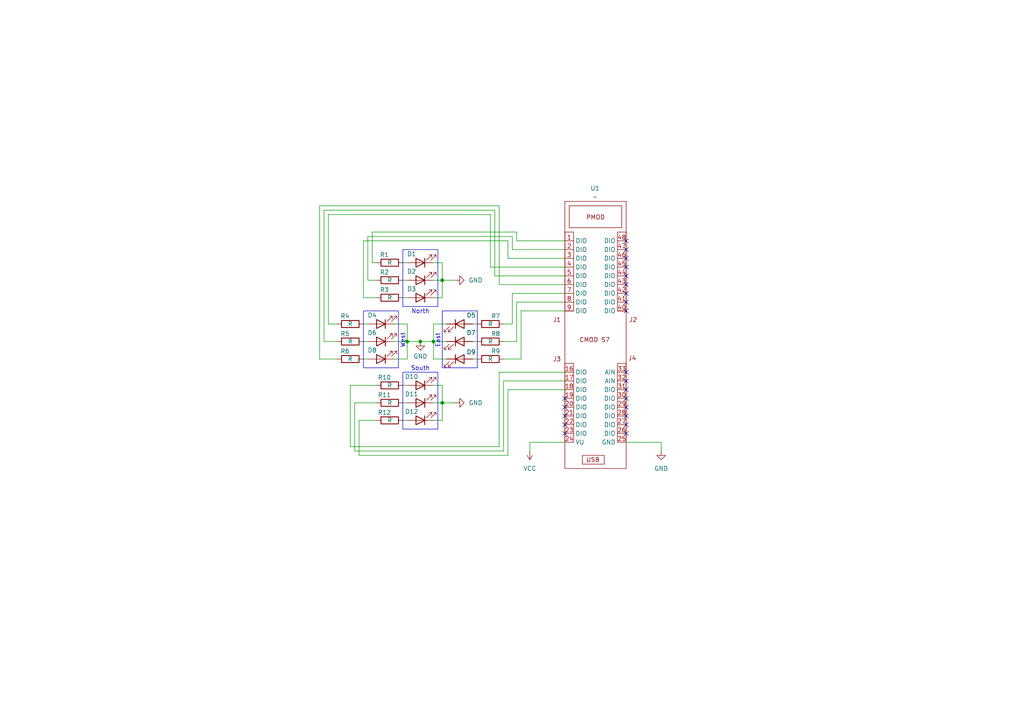
<source format=kicad_sch>
(kicad_sch (version 20231120) (generator "eeschema") (generator_version "8.0")
  (paper "A4")
  (title_block (title "Traffic Light PCB") (date "2024-05-15") (rev "v01") (company "The Ohio State University") (comment 1 "Author: Connor Fricke"))
  (lib_symbols
    (symbol "Device:LED" (pin_numbers hide) (pin_names (offset 1.016) hide)
      (property "Reference" "D" (at 0 2.54 0))
      (property "Value" "LED" (at 0 -2.54 0))
      (symbol "LED_0_1"
        (polyline (pts (xy -1.27 -1.27) (xy -1.27 1.27)) (stroke (width 0.254)))
        (polyline (pts (xy -1.27 0) (xy 1.27 0)))
        (polyline (pts (xy 1.27 -1.27) (xy 1.27 1.27) (xy -1.27 0) (xy 1.27 -1.27)) (stroke (width 0.254)))
        (polyline (pts (xy -3.048 -0.762) (xy -4.572 -2.286) (xy -3.81 -2.286) (xy -4.572 -2.286) (xy -4.572 -1.524)))
        (polyline (pts (xy -1.778 -0.762) (xy -3.302 -2.286) (xy -2.54 -2.286) (xy -3.302 -2.286) (xy -3.302 -1.524)))
      )
      (symbol "LED_1_1"
        (pin passive line (at -3.81 0 0) (length 2.54) (name "K") (number "1"))
        (pin passive line (at 3.81 0 180) (length 2.54) (name "A") (number "2"))
      )
    )
    (symbol "Device:R" (pin_numbers hide) (pin_names (offset 0))
      (property "Reference" "R" (at 2.032 0 90))
      (property "Value" "R" (at 0 0 90))
      (symbol "R_0_1"
        (rectangle (start -1.016 -2.54) (end 1.016 2.54) (stroke (width 0.254)))
      )
      (symbol "R_1_1"
        (pin passive line (at 0 3.81 270) (length 1.27) (name "~") (number "1"))
        (pin passive line (at 0 -3.81 90) (length 1.27) (name "~") (number "2"))
      )
    )
    (symbol "Library:CMOD_S7"
      (property "Reference" "U" (at -8.382 40.64 0))
      (symbol "CMOD_S7_0_1"
        (rectangle (start 8.89 39.37) (end -8.89 -38.1))
      )
      (symbol "CMOD_S7_1_1"
        (rectangle (start -8.89 30.48) (end -6.35 7.62))
        (rectangle (start -6.35 -7.62) (end -8.89 -30.48))
        (rectangle (start 2.54 -34.29) (end -3.81 -36.83))
        (rectangle (start 6.35 -7.62) (end 8.89 -30.48))
        (rectangle (start 7.62 38.1) (end -7.62 31.75))
        (rectangle (start 8.89 30.48) (end 6.35 7.62))
        (text "CMOD S7" (at -0.254 -0.762 0) (effects (font (size 1.27 1.27))))
        (text "J1" (at -11.176 5.08 0) (effects (font (size 1.27 1.27))))
        (text "J2\n" (at 10.922 5.08 0) (effects (font (size 1.27 1.27))))
        (text "J3" (at -11.176 -6.35 0) (effects (font (size 1.27 1.27))))
        (text "J4" (at 10.668 -6.096 0) (effects (font (size 1.27 1.27))))
        (text "PMOD" (at 0 34.798 0) (effects (font (size 1.27 1.27))))
        (text "USB" (at -0.762 -35.56 0) (effects (font (size 1.27 1.27))))
        (pin bidirectional line (at -8.89 27.94 0) (length 2.54) (name "DIO") (number "1"))
        (pin bidirectional line (at -8.89 -10.16 0) (length 2.54) (name "DIO") (number "16"))
        (pin bidirectional line (at -8.89 -12.7 0) (length 2.54) (name "DIO") (number "17"))
        (pin bidirectional line (at -8.89 -15.24 0) (length 2.54) (name "DIO") (number "18"))
        (pin bidirectional line (at -8.89 -17.78 0) (length 2.54) (name "DIO") (number "19"))
        (pin bidirectional line (at -8.89 25.4 0) (length 2.54) (name "DIO") (number "2"))
        (pin bidirectional line (at -8.89 -20.32 0) (length 2.54) (name "DIO") (number "20"))
        (pin bidirectional line (at -8.89 -22.86 0) (length 2.54) (name "DIO") (number "21"))
        (pin bidirectional line (at -8.89 -25.4 0) (length 2.54) (name "DIO") (number "22"))
        (pin bidirectional line (at -8.89 -27.94 0) (length 2.54) (name "DIO") (number "23"))
        (pin power_in line (at -8.89 -30.48 0) (length 2.54) (name "VU") (number "24"))
        (pin power_in line (at 8.89 -30.48 180) (length 2.54) (name "GND") (number "25"))
        (pin bidirectional line (at 8.89 -27.94 180) (length 2.54) (name "DIO") (number "26"))
        (pin bidirectional line (at 8.89 -25.4 180) (length 2.54) (name "DIO") (number "27"))
        (pin bidirectional line (at 8.89 -22.86 180) (length 2.54) (name "DIO") (number "28"))
        (pin bidirectional line (at 8.89 -20.32 180) (length 2.54) (name "DIO") (number "29"))
        (pin bidirectional line (at -8.89 22.86 0) (length 2.54) (name "DIO") (number "3"))
        (pin bidirectional line (at 8.89 -17.78 180) (length 2.54) (name "DIO") (number "30"))
        (pin bidirectional line (at 8.89 -15.24 180) (length 2.54) (name "DIO") (number "31"))
        (pin input line (at 8.89 -12.7 180) (length 2.54) (name "AIN") (number "32"))
        (pin input line (at 8.89 -10.16 180) (length 2.54) (name "AIN") (number "33"))
        (pin bidirectional line (at -8.89 20.32 0) (length 2.54) (name "DIO") (number "4"))
        (pin bidirectional line (at 8.89 7.62 180) (length 2.54) (name "DIO") (number "40"))
        (pin bidirectional line (at 8.89 10.16 180) (length 2.54) (name "DIO") (number "41"))
        (pin bidirectional line (at 8.89 12.7 180) (length 2.54) (name "DIO") (number "42"))
        (pin bidirectional line (at 8.89 15.24 180) (length 2.54) (name "DIO") (number "43"))
        (pin bidirectional line (at 8.89 17.78 180) (length 2.54) (name "DIO") (number "44"))
        (pin bidirectional line (at 8.89 20.32 180) (length 2.54) (name "DIO") (number "45"))
        (pin bidirectional line (at 8.89 22.86 180) (length 2.54) (name "DIO") (number "46"))
        (pin bidirectional line (at 8.89 25.4 180) (length 2.54) (name "DIO") (number "47"))
        (pin bidirectional line (at 8.89 27.94 180) (length 2.54) (name "DIO") (number "48"))
        (pin bidirectional line (at -8.89 17.78 0) (length 2.54) (name "DIO") (number "5"))
        (pin bidirectional line (at -8.89 15.24 0) (length 2.54) (name "DIO") (number "6"))
        (pin bidirectional line (at -8.89 12.7 0) (length 2.54) (name "DIO") (number "7"))
        (pin bidirectional line (at -8.89 10.16 0) (length 2.54) (name "DIO") (number "8"))
        (pin bidirectional line (at -8.89 7.62 0) (length 2.54) (name "DIO") (number "9"))
      )
    )
    (symbol "power:GND" (power) (pin_numbers hide) (pin_names (offset 0) hide)
      (property "Value" "GND" (at 0 -3.81 0))
      (symbol "GND_0_1"
        (polyline (pts (xy 0 0) (xy 0 -1.27) (xy 1.27 -1.27) (xy 0 -2.54) (xy -1.27 -1.27) (xy 0 -1.27)))
      )
      (symbol "GND_1_1"
        (pin power_in line (at 0 0 270) (length 0) (name "~") (number "1"))
      )
    )
    (symbol "power:VCC" (power) (pin_numbers hide) (pin_names (offset 0) hide)
      (property "Value" "VCC" (at 0 3.556 0))
      (symbol "VCC_0_1"
        (polyline (pts (xy -0.762 1.27) (xy 0 2.54)))
        (polyline (pts (xy 0 0) (xy 0 2.54)))
        (polyline (pts (xy 0 2.54) (xy 0.762 1.27)))
      )
      (symbol "VCC_1_1"
        (pin power_in line (at 0 0 90) (length 0) (name "~") (number "1"))
      )
    )
  )
  (junction (at 125.73 99.06))
  (junction (at 121.92 99.06))
  (junction (at 128.27 116.84))
  (junction (at 118.11 99.06))
  (junction (at 128.27 81.28))
  (no_connect (at 181.61 80.01))
  (no_connect (at 181.61 113.03))
  (no_connect (at 181.61 74.93))
  (no_connect (at 163.83 123.19))
  (no_connect (at 181.61 69.85))
  (no_connect (at 181.61 118.11))
  (no_connect (at 181.61 120.65))
  (no_connect (at 163.83 115.57))
  (no_connect (at 181.61 107.95))
  (no_connect (at 181.61 87.63))
  (no_connect (at 181.61 125.73))
  (no_connect (at 181.61 72.39))
  (no_connect (at 181.61 110.49))
  (no_connect (at 181.61 90.17))
  (no_connect (at 181.61 115.57))
  (no_connect (at 163.83 120.65))
  (no_connect (at 181.61 123.19))
  (no_connect (at 181.61 77.47))
  (no_connect (at 163.83 125.73))
  (no_connect (at 163.83 118.11))
  (no_connect (at 181.61 85.09))
  (no_connect (at 181.61 82.55))
  (wire (pts (xy 105.41 86.36) (xy 105.41 69.85)))
  (wire (pts (xy 149.86 67.31) (xy 107.95 67.31)))
  (wire (pts (xy 116.84 121.92) (xy 118.11 121.92)))
  (wire (pts (xy 128.27 81.28) (xy 132.08 81.28)))
  (wire (pts (xy 92.71 104.14) (xy 97.79 104.14)))
  (wire (pts (xy 125.73 76.2) (xy 128.27 76.2)))
  (wire (pts (xy 116.84 76.2) (xy 118.11 76.2)))
  (wire (pts (xy 151.13 90.17) (xy 151.13 104.14)))
  (wire (pts (xy 102.87 130.81) (xy 102.87 116.84)))
  (wire (pts (xy 104.14 121.92) (xy 109.22 121.92)))
  (wire (pts (xy 106.68 81.28) (xy 109.22 81.28)))
  (wire (pts (xy 93.98 99.06) (xy 97.79 99.06)))
  (wire (pts (xy 144.78 82.55) (xy 144.78 59.69)))
  (wire (pts (xy 163.83 113.03) (xy 147.32 113.03)))
  (wire (pts (xy 148.59 72.39) (xy 148.59 68.58)))
  (wire (pts (xy 146.05 130.81) (xy 102.87 130.81)))
  (wire (pts (xy 118.11 99.06) (xy 121.92 99.06)))
  (wire (pts (xy 144.78 129.54) (xy 101.6 129.54)))
  (wire (pts (xy 163.83 90.17) (xy 151.13 90.17)))
  (wire (pts (xy 92.71 59.69) (xy 92.71 104.14)))
  (wire (pts (xy 163.83 77.47) (xy 142.24 77.47)))
  (wire (pts (xy 128.27 76.2) (xy 128.27 81.28)))
  (wire (pts (xy 101.6 111.76) (xy 109.22 111.76)))
  (wire (pts (xy 163.83 128.27) (xy 153.67 128.27)))
  (wire (pts (xy 163.83 72.39) (xy 148.59 72.39)))
  (wire (pts (xy 163.83 87.63) (xy 149.86 87.63)))
  (wire (pts (xy 105.41 93.98) (xy 106.68 93.98)))
  (wire (pts (xy 116.84 81.28) (xy 118.11 81.28)))
  (wire (pts (xy 95.25 62.23) (xy 95.25 93.98)))
  (wire (pts (xy 163.83 82.55) (xy 144.78 82.55)))
  (wire (pts (xy 148.59 68.58) (xy 106.68 68.58)))
  (wire (pts (xy 149.86 69.85) (xy 149.86 67.31)))
  (wire (pts (xy 144.78 107.95) (xy 144.78 129.54)))
  (wire (pts (xy 129.54 104.14) (xy 125.73 104.14)))
  (wire (pts (xy 163.83 80.01) (xy 143.51 80.01)))
  (wire (pts (xy 146.05 110.49) (xy 146.05 130.81)))
  (wire (pts (xy 143.51 60.96) (xy 93.98 60.96)))
  (wire (pts (xy 114.3 93.98) (xy 118.11 93.98)))
  (wire (pts (xy 163.83 107.95) (xy 144.78 107.95)))
  (wire (pts (xy 125.73 99.06) (xy 125.73 104.14)))
  (wire (pts (xy 146.05 104.14) (xy 151.13 104.14)))
  (wire (pts (xy 147.32 74.93) (xy 163.83 74.93)))
  (wire (pts (xy 125.73 86.36) (xy 128.27 86.36)))
  (wire (pts (xy 125.73 99.06) (xy 129.54 99.06)))
  (wire (pts (xy 144.78 59.69) (xy 92.71 59.69)))
  (wire (pts (xy 147.32 132.08) (xy 104.14 132.08)))
  (wire (pts (xy 93.98 60.96) (xy 93.98 99.06)))
  (wire (pts (xy 106.68 68.58) (xy 106.68 81.28)))
  (wire (pts (xy 143.51 80.01) (xy 143.51 60.96)))
  (wire (pts (xy 129.54 93.98) (xy 125.73 93.98)))
  (wire (pts (xy 107.95 76.2) (xy 109.22 76.2)))
  (wire (pts (xy 147.32 113.03) (xy 147.32 132.08)))
  (wire (pts (xy 125.73 116.84) (xy 128.27 116.84)))
  (wire (pts (xy 128.27 116.84) (xy 128.27 121.92)))
  (wire (pts (xy 128.27 111.76) (xy 128.27 116.84)))
  (wire (pts (xy 125.73 93.98) (xy 125.73 99.06)))
  (wire (pts (xy 148.59 93.98) (xy 146.05 93.98)))
  (wire (pts (xy 149.86 99.06) (xy 146.05 99.06)))
  (wire (pts (xy 147.32 69.85) (xy 147.32 74.93)))
  (wire (pts (xy 101.6 129.54) (xy 101.6 111.76)))
  (wire (pts (xy 109.22 86.36) (xy 105.41 86.36)))
  (wire (pts (xy 114.3 99.06) (xy 118.11 99.06)))
  (wire (pts (xy 125.73 111.76) (xy 128.27 111.76)))
  (wire (pts (xy 142.24 62.23) (xy 95.25 62.23)))
  (wire (pts (xy 191.77 128.27) (xy 191.77 130.81)))
  (wire (pts (xy 105.41 104.14) (xy 106.68 104.14)))
  (wire (pts (xy 121.92 99.06) (xy 125.73 99.06)))
  (wire (pts (xy 105.41 69.85) (xy 147.32 69.85)))
  (wire (pts (xy 153.67 128.27) (xy 153.67 130.81)))
  (wire (pts (xy 163.83 85.09) (xy 148.59 85.09)))
  (wire (pts (xy 128.27 81.28) (xy 128.27 86.36)))
  (wire (pts (xy 95.25 93.98) (xy 97.79 93.98)))
  (wire (pts (xy 149.86 87.63) (xy 149.86 99.06)))
  (wire (pts (xy 137.16 104.14) (xy 138.43 104.14)))
  (wire (pts (xy 118.11 93.98) (xy 118.11 99.06)))
  (wire (pts (xy 118.11 104.14) (xy 118.11 99.06)))
  (wire (pts (xy 107.95 67.31) (xy 107.95 76.2)))
  (wire (pts (xy 104.14 132.08) (xy 104.14 121.92)))
  (wire (pts (xy 116.84 111.76) (xy 118.11 111.76)))
  (wire (pts (xy 128.27 116.84) (xy 132.08 116.84)))
  (wire (pts (xy 116.84 116.84) (xy 118.11 116.84)))
  (wire (pts (xy 163.83 69.85) (xy 149.86 69.85)))
  (wire (pts (xy 116.84 86.36) (xy 118.11 86.36)))
  (wire (pts (xy 137.16 93.98) (xy 138.43 93.98)))
  (wire (pts (xy 137.16 99.06) (xy 138.43 99.06)))
  (wire (pts (xy 105.41 99.06) (xy 106.68 99.06)))
  (wire (pts (xy 114.3 104.14) (xy 118.11 104.14)))
  (wire (pts (xy 125.73 121.92) (xy 128.27 121.92)))
  (wire (pts (xy 181.61 128.27) (xy 191.77 128.27)))
  (wire (pts (xy 142.24 77.47) (xy 142.24 62.23)))
  (wire (pts (xy 102.87 116.84) (xy 109.22 116.84)))
  (wire (pts (xy 125.73 81.28) (xy 128.27 81.28)))
  (wire (pts (xy 148.59 85.09) (xy 148.59 93.98)))
  (wire (pts (xy 163.83 110.49) (xy 146.05 110.49)))
  (rectangle (start 105.41 90.17) (end 115.57 106.68))
  (rectangle (start 116.84 107.95) (end 127 124.46))
  (rectangle (start 116.84 72.39) (end 127 88.9))
  (rectangle (start 128.27 90.17) (end 138.43 106.68))
  (text "North" (at 121.92 90.424 0) (effects (font (size 1.27 1.27))))
  (text "South" (at 121.92 106.934 0) (effects (font (size 1.27 1.27))))
  (text "West" (at 116.84 98.806 90) (effects (font (size 1.27 1.27))))
  (text "East" (at 127 98.806 90) (effects (font (size 1.27 1.27))))
  (symbol (lib_id "Device:R") (at 142.24 99.06 270) (unit 1)
    (property "Reference" "R8" (at 143.764 96.774 90))
    (property "Value" "R" (at 142.24 99.06 90))
    (property "Description" "Resistor" (effects (hide yes)))
  )
  (symbol (lib_id "Device:R") (at 113.03 116.84 90) (unit 1)
    (property "Reference" "R11" (at 111.506 114.554 90))
    (property "Value" "R" (at 113.03 116.84 90))
    (property "Description" "Resistor" (effects (hide yes)))
  )
  (symbol (lib_id "Device:R") (at 113.03 76.2 90) (unit 1)
    (property "Reference" "R1" (at 111.506 73.914 90))
    (property "Value" "R" (at 113.03 76.2 90))
    (property "Description" "Resistor" (effects (hide yes)))
  )
  (symbol (lib_id "power:GND") (at 132.08 116.84 90) (unit 1)
    (property "Reference" "#PWR03" (effects (hide yes)))
    (property "Value" "GND" (at 135.89 116.8399 90) (effects (justify right)))
    (property "Description" "Power symbol creates a global label with name \"GND\" , ground" (effects (hide yes)))
  )
  (symbol (lib_id "Device:LED") (at 121.92 116.84 180) (unit 1)
    (property "Reference" "D11" (at 119.38 114.3 0))
    (property "Value" "LED" (effects (hide yes)))
    (property "Description" "Light emitting diode" (effects (hide yes)))
  )
  (symbol (lib_id "power:GND") (at 132.08 81.28 90) (unit 1)
    (property "Reference" "#PWR01" (effects (hide yes)))
    (property "Value" "GND" (at 135.89 81.2799 90) (effects (justify right)))
    (property "Description" "Power symbol creates a global label with name \"GND\" , ground" (effects (hide yes)))
  )
  (symbol (lib_id "Device:LED") (at 121.92 121.92 180) (unit 1)
    (property "Reference" "D12" (at 119.38 119.38 0))
    (property "Value" "LED" (effects (hide yes)))
    (property "Description" "Light emitting diode" (effects (hide yes)))
  )
  (symbol (lib_id "Device:R") (at 142.24 93.98 270) (unit 1)
    (property "Reference" "R7" (at 143.764 91.694 90))
    (property "Value" "R" (at 142.24 93.98 90))
    (property "Description" "Resistor" (effects (hide yes)))
  )
  (symbol (lib_id "Device:LED") (at 121.92 111.76 180) (unit 1)
    (property "Reference" "D10" (at 119.38 109.22 0))
    (property "Value" "LED" (effects (hide yes)))
    (property "Description" "Light emitting diode" (effects (hide yes)))
  )
  (symbol (lib_id "Device:LED") (at 110.49 104.14 180) (unit 1)
    (property "Reference" "D8" (at 107.95 101.6 0))
    (property "Value" "LED" (effects (hide yes)))
    (property "Description" "Light emitting diode" (effects (hide yes)))
  )
  (symbol (lib_id "power:GND") (at 121.92 99.06 0) (unit 1)
    (property "Reference" "#PWR02" (effects (hide yes)))
    (property "Value" "GND" (at 121.92 103.378 0))
    (property "Description" "Power symbol creates a global label with name \"GND\" , ground" (effects (hide yes)))
  )
  (symbol (lib_id "Device:R") (at 113.03 111.76 90) (unit 1)
    (property "Reference" "R10" (at 111.506 109.474 90))
    (property "Value" "R" (at 113.03 111.76 90))
    (property "Description" "Resistor" (effects (hide yes)))
  )
  (symbol (lib_id "Device:LED") (at 121.92 76.2 180) (unit 1)
    (property "Reference" "D1" (at 119.38 73.66 0))
    (property "Value" "LED" (effects (hide yes)))
    (property "Description" "Light emitting diode" (effects (hide yes)))
  )
  (symbol (lib_id "Device:R") (at 113.03 81.28 90) (unit 1)
    (property "Reference" "R2" (at 111.506 78.994 90))
    (property "Value" "R" (at 113.03 81.28 90))
    (property "Description" "Resistor" (effects (hide yes)))
  )
  (symbol (lib_id "Device:LED") (at 110.49 93.98 180) (unit 1)
    (property "Reference" "D4" (at 107.95 91.44 0))
    (property "Value" "LED" (effects (hide yes)))
    (property "Description" "Light emitting diode" (effects (hide yes)))
  )
  (symbol (lib_id "Device:LED") (at 133.35 104.14 0) (unit 1)
    (property "Reference" "D9" (at 136.652 102.108 0))
    (property "Value" "LED" (effects (hide yes)))
    (property "Description" "Light emitting diode" (effects (hide yes)))
  )
  (symbol (lib_id "Device:R") (at 101.6 104.14 90) (unit 1)
    (property "Reference" "R6" (at 100.076 101.854 90))
    (property "Value" "R" (at 101.6 104.14 90))
    (property "Description" "Resistor" (effects (hide yes)))
  )
  (symbol (lib_id "Device:LED") (at 133.35 93.98 0) (unit 1)
    (property "Reference" "D5" (at 136.652 91.44 0))
    (property "Value" "LED" (effects (hide yes)))
    (property "Description" "Light emitting diode" (effects (hide yes)))
  )
  (symbol (lib_id "Device:LED") (at 121.92 81.28 180) (unit 1)
    (property "Reference" "D2" (at 119.38 78.74 0))
    (property "Value" "LED" (effects (hide yes)))
    (property "Description" "Light emitting diode" (effects (hide yes)))
  )
  (symbol (lib_id "Device:R") (at 113.03 86.36 90) (unit 1)
    (property "Reference" "R3" (at 111.506 84.074 90))
    (property "Value" "R" (at 113.03 86.36 90))
    (property "Description" "Resistor" (effects (hide yes)))
  )
  (symbol (lib_id "Device:R") (at 142.24 104.14 270) (unit 1)
    (property "Reference" "R9" (at 143.764 101.854 90))
    (property "Value" "R" (at 142.24 104.14 90))
    (property "Description" "Resistor" (effects (hide yes)))
  )
  (symbol (lib_id "Device:R") (at 101.6 93.98 90) (unit 1)
    (property "Reference" "R4" (at 100.076 91.694 90))
    (property "Value" "R" (at 101.6 93.98 90))
    (property "Description" "Resistor" (effects (hide yes)))
  )
  (symbol (lib_id "Device:R") (at 101.6 99.06 90) (unit 1)
    (property "Reference" "R5" (at 100.076 96.774 90))
    (property "Value" "R" (at 101.6 99.06 90))
    (property "Description" "Resistor" (effects (hide yes)))
  )
  (symbol (lib_id "power:GND") (at 191.77 130.81 0) (unit 1)
    (property "Reference" "#PWR05" (effects (hide yes)))
    (property "Value" "GND" (at 191.77 135.89 0))
    (property "Description" "Power symbol creates a global label with name \"GND\" , ground" (effects (hide yes)))
  )
  (symbol (lib_id "Device:LED") (at 110.49 99.06 180) (unit 1)
    (property "Reference" "D6" (at 107.95 96.52 0))
    (property "Value" "LED" (effects (hide yes)))
    (property "Description" "Light emitting diode" (effects (hide yes)))
  )
  (symbol (lib_id "Device:LED") (at 121.92 86.36 180) (unit 1)
    (property "Reference" "D3" (at 119.38 83.82 0))
    (property "Value" "LED" (effects (hide yes)))
    (property "Description" "Light emitting diode" (effects (hide yes)))
  )
  (symbol (lib_id "Device:LED") (at 133.35 99.06 0) (unit 1)
    (property "Reference" "D7" (at 136.652 96.52 0))
    (property "Value" "LED" (effects (hide yes)))
    (property "Description" "Light emitting diode" (effects (hide yes)))
  )
  (symbol (lib_id "power:VCC") (at 153.67 130.81 180) (unit 1)
    (property "Reference" "#PWR04" (effects (hide yes)))
    (property "Value" "VCC" (at 153.67 135.89 0))
    (property "Description" "Power symbol creates a global label with name \"VCC\"" (effects (hide yes)))
  )
  (symbol (lib_id "Library:CMOD_S7") (at 172.72 97.79 0) (unit 1)
    (property "Reference" "U1" (at 172.593 54.61 0))
    (property "Value" "~" (at 172.593 57.15 0))
  )
  (symbol (lib_id "Device:R") (at 113.03 121.92 90) (unit 1)
    (property "Reference" "R12" (at 111.506 119.634 90))
    (property "Value" "R" (at 113.03 121.92 90))
    (property "Description" "Resistor" (effects (hide yes)))
  )
)
</source>
